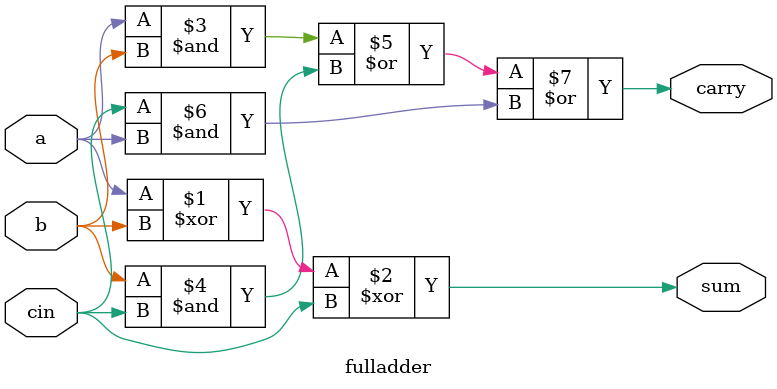
<source format=v>

module fulladder(a,b,cin,sum,carry
    );
	 
	 input a,b,cin;
	 
	 output sum,carry;
	 
	 assign sum=a^b^cin;
	 
	 assign carry= (a&b)|(b&cin)|(cin&a);
	 

endmodule

</source>
